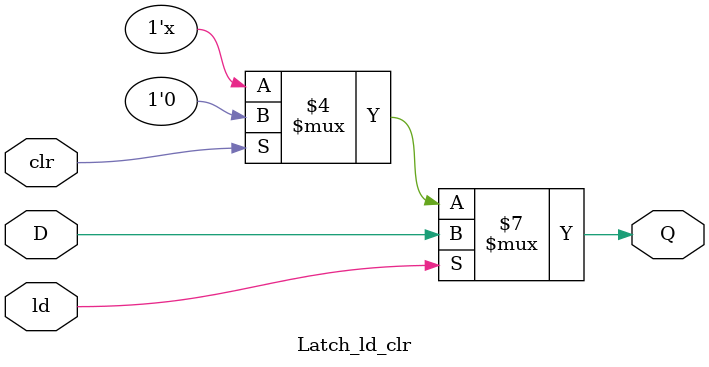
<source format=v>
`timescale 1ns / 1ps


module Latch_ld_clr (
    input wire D,
    input wire ld,
    input wire clr,
    output reg Q
    );
    
    always @(D)
    begin 
       if (ld == 1)
          Q <= D;
       else if (clr == 1)
          Q <= 0; 
    end
endmodule
</source>
